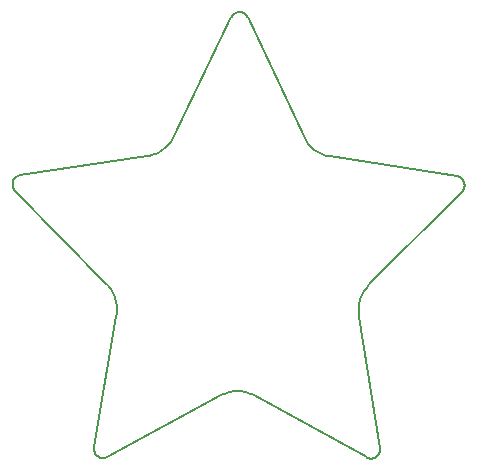
<source format=gm1>
G04 #@! TF.GenerationSoftware,KiCad,Pcbnew,(6.0.4-0)*
G04 #@! TF.CreationDate,2022-05-22T22:30:28-05:00*
G04 #@! TF.ProjectId,gold_star,676f6c64-5f73-4746-9172-2e6b69636164,rev?*
G04 #@! TF.SameCoordinates,Original*
G04 #@! TF.FileFunction,Profile,NP*
%FSLAX46Y46*%
G04 Gerber Fmt 4.6, Leading zero omitted, Abs format (unit mm)*
G04 Created by KiCad (PCBNEW (6.0.4-0)) date 2022-05-22 22:30:28*
%MOMM*%
%LPD*%
G01*
G04 APERTURE LIST*
G04 #@! TA.AperFunction,Profile*
%ADD10C,0.200000*%
G04 #@! TD*
G04 APERTURE END LIST*
D10*
X127138543Y-57297772D02*
X127192620Y-57303870D01*
X127245746Y-57313810D01*
X127297756Y-57327486D01*
X127348484Y-57344791D01*
X127397765Y-57365617D01*
X127445435Y-57389857D01*
X127491329Y-57417405D01*
X127535280Y-57448153D01*
X127577126Y-57481995D01*
X127616699Y-57518822D01*
X127653836Y-57558528D01*
X127688372Y-57601007D01*
X127720141Y-57646150D01*
X127748978Y-57693852D01*
X127774719Y-57744004D01*
X132517064Y-67831379D01*
X132602203Y-67999162D01*
X132696475Y-68160111D01*
X132799482Y-68313922D01*
X132910825Y-68460294D01*
X133030105Y-68598923D01*
X133156923Y-68729508D01*
X133290880Y-68851745D01*
X133431578Y-68965332D01*
X133578616Y-69069967D01*
X133731597Y-69165347D01*
X133890120Y-69251168D01*
X134053788Y-69327130D01*
X134222202Y-69392929D01*
X134394961Y-69448262D01*
X134571668Y-69492827D01*
X134751924Y-69526322D01*
X145475862Y-71168763D01*
X145529830Y-71179063D01*
X145582472Y-71193156D01*
X145633639Y-71210912D01*
X145683183Y-71232201D01*
X145730956Y-71256891D01*
X145776809Y-71284852D01*
X145820594Y-71315954D01*
X145862163Y-71350066D01*
X145901367Y-71387058D01*
X145938058Y-71426798D01*
X145972088Y-71469156D01*
X146003309Y-71514003D01*
X146031571Y-71561206D01*
X146056727Y-71610636D01*
X146078629Y-71662161D01*
X146097127Y-71715652D01*
X146111926Y-71770377D01*
X146122858Y-71825560D01*
X146129971Y-71881007D01*
X146133313Y-71936520D01*
X146132932Y-71991903D01*
X146128875Y-72046962D01*
X146121192Y-72101499D01*
X146109929Y-72155319D01*
X146095134Y-72208226D01*
X146076856Y-72260024D01*
X146055142Y-72310516D01*
X146030039Y-72359508D01*
X146001597Y-72406802D01*
X145969862Y-72452202D01*
X145934883Y-72495514D01*
X145896707Y-72536540D01*
X138085193Y-80359772D01*
X137957177Y-80496062D01*
X137838228Y-80639215D01*
X137728501Y-80788746D01*
X137628153Y-80944165D01*
X137537339Y-81104986D01*
X137456214Y-81270720D01*
X137384936Y-81440880D01*
X137323659Y-81614979D01*
X137272540Y-81792529D01*
X137231734Y-81973042D01*
X137201397Y-82156031D01*
X137181685Y-82341008D01*
X137172754Y-82527486D01*
X137174760Y-82714977D01*
X137187859Y-82902993D01*
X137212205Y-83091047D01*
X138982253Y-94169558D01*
X138989293Y-94225946D01*
X138992445Y-94282213D01*
X138991783Y-94338171D01*
X138987383Y-94393633D01*
X138979317Y-94448413D01*
X138967662Y-94502323D01*
X138952492Y-94555177D01*
X138933881Y-94606787D01*
X138911903Y-94656967D01*
X138886634Y-94705530D01*
X138858147Y-94752289D01*
X138826518Y-94797057D01*
X138791820Y-94839646D01*
X138754129Y-94879871D01*
X138713519Y-94917544D01*
X138670064Y-94952478D01*
X138624346Y-94984152D01*
X138577024Y-95012159D01*
X138528293Y-95036486D01*
X138478349Y-95057119D01*
X138427385Y-95074044D01*
X138375596Y-95087246D01*
X138323177Y-95096712D01*
X138270322Y-95102426D01*
X138217226Y-95104377D01*
X138164084Y-95102548D01*
X138111090Y-95096926D01*
X138058438Y-95087498D01*
X138006324Y-95074248D01*
X137954942Y-95057163D01*
X137904486Y-95036228D01*
X137855152Y-95011431D01*
X137855152Y-95011430D01*
X137855153Y-95011430D01*
X137855153Y-95011429D01*
X137855154Y-95011429D01*
X137855154Y-95011428D01*
X137855155Y-95011427D01*
X137855157Y-95011427D01*
X128285030Y-89759077D01*
X128120774Y-89675526D01*
X127952988Y-89603052D01*
X127782166Y-89541655D01*
X127608805Y-89491338D01*
X127433399Y-89452101D01*
X127256444Y-89423946D01*
X127078434Y-89406873D01*
X126899866Y-89400885D01*
X126721235Y-89405982D01*
X126543035Y-89422165D01*
X126365762Y-89449437D01*
X126189911Y-89487797D01*
X126015979Y-89537248D01*
X125844459Y-89597790D01*
X125675847Y-89669425D01*
X125510639Y-89752153D01*
X115880645Y-94956613D01*
X115831028Y-94981164D01*
X115780334Y-95001845D01*
X115728757Y-95018672D01*
X115676493Y-95031661D01*
X115623735Y-95040827D01*
X115570678Y-95046184D01*
X115517517Y-95047747D01*
X115464445Y-95045532D01*
X115411658Y-95039553D01*
X115359349Y-95029826D01*
X115307713Y-95016366D01*
X115256945Y-94999188D01*
X115207238Y-94978307D01*
X115158787Y-94953737D01*
X115111787Y-94925495D01*
X115066432Y-94893595D01*
X115044551Y-94876372D01*
X115023379Y-94858446D01*
X115002926Y-94839838D01*
X114983201Y-94820572D01*
X114945971Y-94780161D01*
X114911762Y-94737400D01*
X114880646Y-94692476D01*
X114852695Y-94645576D01*
X114827983Y-94596889D01*
X114806580Y-94546601D01*
X114788560Y-94494899D01*
X114773996Y-94441971D01*
X114762958Y-94388005D01*
X114755521Y-94333186D01*
X114751755Y-94277704D01*
X114751734Y-94221744D01*
X114755531Y-94165495D01*
X114758883Y-94137321D01*
X114763216Y-94109144D01*
X116660067Y-83039776D01*
X116686566Y-82851849D01*
X116701817Y-82663904D01*
X116705970Y-82476429D01*
X116699175Y-82289912D01*
X116681582Y-82104842D01*
X116653342Y-81921707D01*
X116614604Y-81740996D01*
X116565519Y-81563196D01*
X116506238Y-81388796D01*
X116436910Y-81218285D01*
X116357687Y-81052151D01*
X116268717Y-80890882D01*
X116170151Y-80734966D01*
X116062140Y-80584893D01*
X115944834Y-80441149D01*
X115818383Y-80304224D01*
X108096673Y-72442242D01*
X108058967Y-72401026D01*
X108024485Y-72357541D01*
X107993270Y-72311984D01*
X107965370Y-72264549D01*
X107940829Y-72215434D01*
X107919693Y-72164835D01*
X107902008Y-72112947D01*
X107887820Y-72059968D01*
X107877173Y-72006093D01*
X107870114Y-71951519D01*
X107866688Y-71896442D01*
X107866941Y-71841057D01*
X107870918Y-71785563D01*
X107878666Y-71730153D01*
X107890229Y-71675026D01*
X107905653Y-71620377D01*
X107924763Y-71566979D01*
X107947254Y-71515565D01*
X107972975Y-71466262D01*
X108001777Y-71419201D01*
X108033510Y-71374512D01*
X108068024Y-71332325D01*
X108105169Y-71292769D01*
X108144796Y-71255974D01*
X108186755Y-71222070D01*
X108230895Y-71191188D01*
X108277067Y-71163456D01*
X108325122Y-71139005D01*
X108374909Y-71117964D01*
X108426278Y-71100464D01*
X108479080Y-71086634D01*
X108505971Y-71081136D01*
X108533165Y-71076604D01*
X119275607Y-69487714D01*
X119456241Y-69455119D01*
X119633453Y-69411437D01*
X119806841Y-69356967D01*
X119976002Y-69292010D01*
X120140535Y-69216867D01*
X120300037Y-69131839D01*
X120454105Y-69037225D01*
X120602337Y-68933327D01*
X120744331Y-68820445D01*
X120879684Y-68698880D01*
X121007994Y-68568932D01*
X121128858Y-68430902D01*
X121241873Y-68285090D01*
X121346638Y-68131797D01*
X121442751Y-67971323D01*
X121529807Y-67803970D01*
X126387525Y-57740543D01*
X126400288Y-57715230D01*
X126413839Y-57690521D01*
X126428157Y-57666428D01*
X126443222Y-57642965D01*
X126459012Y-57620145D01*
X126475507Y-57597981D01*
X126492685Y-57576487D01*
X126510527Y-57555676D01*
X126529012Y-57535561D01*
X126548118Y-57516156D01*
X126567825Y-57497474D01*
X126588112Y-57479527D01*
X126608958Y-57462330D01*
X126630343Y-57445896D01*
X126652246Y-57430237D01*
X126674646Y-57415368D01*
X126697521Y-57401301D01*
X126720853Y-57388050D01*
X126744619Y-57375628D01*
X126768799Y-57364048D01*
X126793372Y-57353324D01*
X126818317Y-57343468D01*
X126843614Y-57334495D01*
X126869242Y-57326417D01*
X126895180Y-57319248D01*
X126921407Y-57313001D01*
X126947902Y-57307689D01*
X126974645Y-57303326D01*
X127001615Y-57299924D01*
X127028791Y-57297498D01*
X127056153Y-57296060D01*
X127083679Y-57295623D01*
X127138543Y-57297772D01*
M02*

</source>
